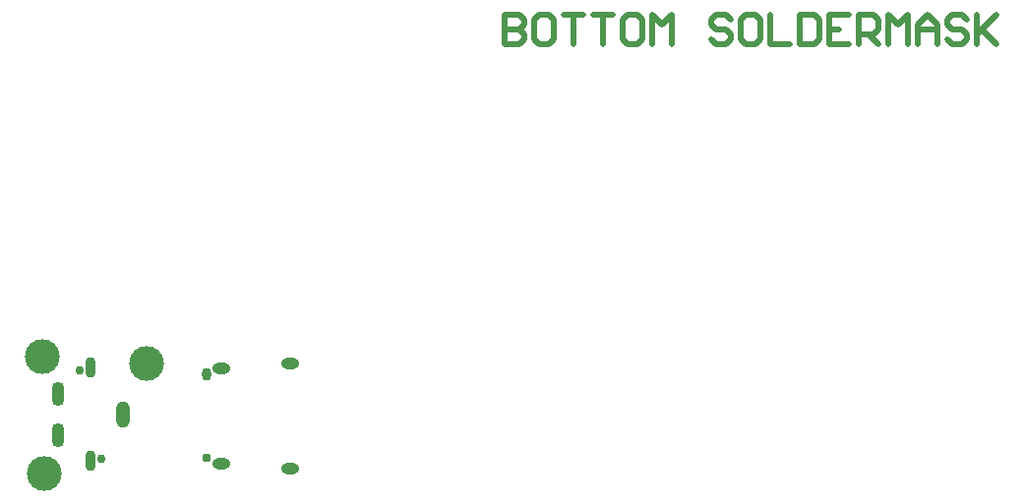
<source format=gbs>
G04*
G04 #@! TF.GenerationSoftware,Altium Limited,Altium Designer,21.2.2 (38)*
G04*
G04 Layer_Color=16711935*
%FSLAX44Y44*%
%MOMM*%
G71*
G04*
G04 #@! TF.SameCoordinates,80088197-9D36-4DC1-8D3F-1B36901E71C6*
G04*
G04*
G04 #@! TF.FilePolarity,Negative*
G04*
G01*
G75*
%ADD13C,0.5080*%
%ADD18C,3.0000*%
%ADD19O,1.2000X2.3000*%
%ADD20O,0.8500X1.8000*%
%ADD21O,1.1000X2.1000*%
%ADD22C,0.7500*%
%ADD23O,1.5400X0.9400*%
%ADD24C,0.7900*%
%ADD25O,0.7900X1.0900*%
D13*
X420179Y418135D02*
Y392744D01*
X432875D01*
X437107Y396976D01*
Y401208D01*
X432875Y405439D01*
X420179D01*
X432875D01*
X437107Y409672D01*
Y413903D01*
X432875Y418135D01*
X420179D01*
X458267D02*
X449803D01*
X445571Y413903D01*
Y396976D01*
X449803Y392744D01*
X458267D01*
X462499Y396976D01*
Y413903D01*
X458267Y418135D01*
X470963D02*
X487891D01*
X479427D01*
Y392744D01*
X496354Y418135D02*
X513282D01*
X504818D01*
Y392744D01*
X534442Y418135D02*
X525978D01*
X521746Y413903D01*
Y396976D01*
X525978Y392744D01*
X534442D01*
X538674Y396976D01*
Y413903D01*
X534442Y418135D01*
X547138Y392744D02*
Y418135D01*
X555602Y409672D01*
X564066Y418135D01*
Y392744D01*
X614850Y413903D02*
X610618Y418135D01*
X602154D01*
X597922Y413903D01*
Y409672D01*
X602154Y405439D01*
X610618D01*
X614850Y401208D01*
Y396976D01*
X610618Y392744D01*
X602154D01*
X597922Y396976D01*
X636009Y418135D02*
X627546D01*
X623313Y413903D01*
Y396976D01*
X627546Y392744D01*
X636009D01*
X640241Y396976D01*
Y413903D01*
X636009Y418135D01*
X648705D02*
Y392744D01*
X665633D01*
X674097Y418135D02*
Y392744D01*
X686793D01*
X691025Y396976D01*
Y413903D01*
X686793Y418135D01*
X674097D01*
X716417D02*
X699489D01*
Y392744D01*
X716417D01*
X699489Y405439D02*
X707953D01*
X724881Y392744D02*
Y418135D01*
X737577D01*
X741808Y413903D01*
Y405439D01*
X737577Y401208D01*
X724881D01*
X733345D02*
X741808Y392744D01*
X750273D02*
Y418135D01*
X758736Y409672D01*
X767200Y418135D01*
Y392744D01*
X775664D02*
Y409672D01*
X784128Y418135D01*
X792592Y409672D01*
Y392744D01*
Y405439D01*
X775664D01*
X817984Y413903D02*
X813752Y418135D01*
X805288D01*
X801056Y413903D01*
Y409672D01*
X805288Y405439D01*
X813752D01*
X817984Y401208D01*
Y396976D01*
X813752Y392744D01*
X805288D01*
X801056Y396976D01*
X826448Y418135D02*
Y392744D01*
Y401208D01*
X843376Y418135D01*
X830680Y405439D01*
X843376Y392744D01*
D18*
X111327Y117441D02*
D03*
X21562Y122763D02*
D03*
X23311Y22313D02*
D03*
D19*
X91230Y73300D02*
D03*
D20*
X63230Y113400D02*
D03*
Y33200D02*
D03*
D21*
X35230Y90800D02*
D03*
Y55800D02*
D03*
D22*
X72530Y35200D02*
D03*
X54030Y111400D02*
D03*
D23*
X235227Y26992D02*
D03*
Y116792D02*
D03*
X175727Y113192D02*
D03*
Y30592D02*
D03*
D24*
X163227Y35892D02*
D03*
D25*
X163227Y107892D02*
D03*
M02*

</source>
